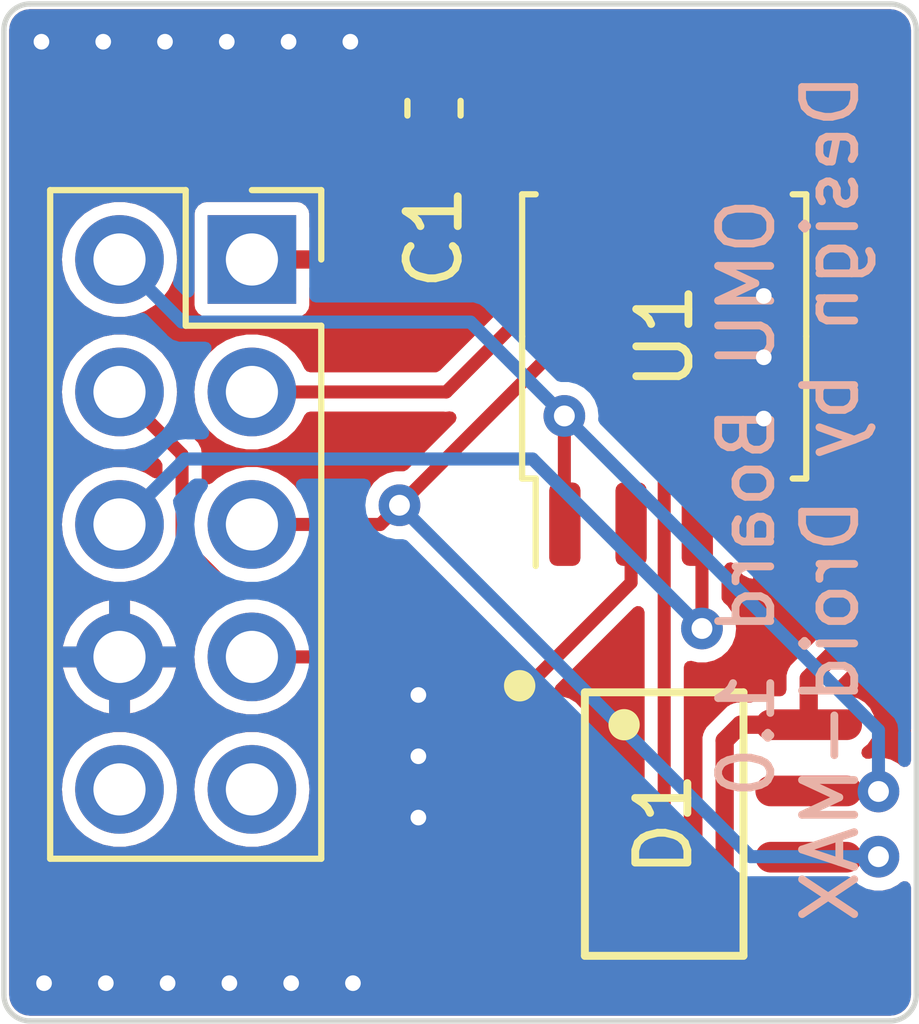
<source format=kicad_pcb>
(kicad_pcb (version 20221018) (generator pcbnew)
  (layers (0 "F.Cu" signal) (31 "B.Cu" signal) (34 "B.Paste" user) (35 "F.Paste" user) (36 "B.SilkS" user "B.Silkscreen") (37 "F.SilkS" user "F.Silkscreen") (38 "B.Mask" user) (39 "F.Mask" user) (44 "Edge.Cuts" user))
  (net 0 "")
  (net 1 "/CS")
  (net 2 "/DO")
  (net 3 "/WP")
  (net 4 "GND")
  (net 5 "/DI")
  (net 6 "/CLK")
  (net 7 "/HOLD")
  (net 8 "VCC")
  (footprint "Connector_PinSocket_2.54mm:PinSocket_2x05_P2.54mm_Vertical" (layer "F.Cu") (at 144.757 89.9)
    (fp_text reference "J1" hide)
    (fp_text value "Conn_02x05_Odd_Even" hide)
    (fp_line (start -3.87 -1.33) (end -3.87 11.49) (stroke (width 0.12)) (layer "F.SilkS"))
    (fp_line (start -3.87 -1.33) (end -1.27 -1.33) (stroke (width 0.12)) (layer "F.SilkS"))
    (fp_line (start -3.87 11.49) (end 1.33 11.49) (stroke (width 0.12)) (layer "F.SilkS"))
    (fp_line (start -1.27 -1.33) (end -1.27 1.27) (stroke (width 0.12)) (layer "F.SilkS"))
    (fp_line (start -1.27 1.27) (end 1.33 1.27) (stroke (width 0.12)) (layer "F.SilkS"))
    (fp_line (start 0 -1.33) (end 1.33 -1.33) (stroke (width 0.12)) (layer "F.SilkS"))
    (fp_line (start 1.33 -1.33) (end 1.33 0) (stroke (width 0.12)) (layer "F.SilkS"))
    (fp_line (start 1.33 1.27) (end 1.33 11.49) (stroke (width 0.12)) (layer "F.SilkS"))
    (pad "1" thru_hole rect (at 0 0) (size 1.7 1.7) (drill 1) (layers "*.Cu" "*.Mask") (net 8 "VCC"))
    (pad "2" thru_hole oval (at -2.54 0) (size 1.7 1.7) (drill 1) (layers "*.Cu" "*.Mask") (net 1 "/CS"))
    (pad "3" thru_hole oval (at 0 2.54) (size 1.7 1.7) (drill 1) (layers "*.Cu" "*.Mask") (net 7 "/HOLD"))
    (pad "4" thru_hole oval (at -2.54 2.54) (size 1.7 1.7) (drill 1) (layers "*.Cu" "*.Mask") (net 2 "/DO"))
    (pad "5" thru_hole oval (at 0 5.08) (size 1.7 1.7) (drill 1) (layers "*.Cu" "*.Mask") (net 6 "/CLK"))
    (pad "6" thru_hole oval (at -2.54 5.08) (size 1.7 1.7) (drill 1) (layers "*.Cu" "*.Mask") (net 3 "/WP"))
    (pad "7" thru_hole oval (at 0 7.62) (size 1.7 1.7) (drill 1) (layers "*.Cu" "*.Mask") (net 5 "/DI"))
    (pad "8" thru_hole oval (at -2.54 7.62) (size 1.7 1.7) (drill 1) (layers "*.Cu" "*.Mask") (net 4 "GND"))
    (pad "9" thru_hole oval (at 0 10.16) (size 1.7 1.7) (drill 1) (layers "*.Cu" "*.Mask"))
    (pad "10" thru_hole oval (at -2.54 10.16) (size 1.7 1.7) (drill 1) (layers "*.Cu" "*.Mask"))
  )
  (footprint "Capacitor_SMD:C_0603_1608Metric" (layer "F.Cu") (at 148.25 87 90)
    (fp_text reference "C1" (at -2.475 0 90) (layer "F.SilkS"))
    (fp_text value "104" hide)
    (fp_line (start -0.14058 -0.51) (end 0.14058 -0.51) (stroke (width 0.12)) (layer "F.SilkS"))
    (fp_line (start -0.14058 0.51) (end 0.14058 0.51) (stroke (width 0.12)) (layer "F.SilkS"))
    (pad "1" smd roundrect (at -0.775 0 90) (size 0.9 0.95) (layers "F.Cu" "F.Paste" "F.Mask") (net 8 "VCC"))
    (pad "2" smd roundrect (at 0.775 0 90) (size 0.9 0.95) (layers "F.Cu" "F.Paste" "F.Mask") (net 4 "GND"))
  )
  (footprint "Package_SO:SOIC-8_5.23x5.23mm_P1.27mm" (layer "F.Cu") (at 152.665 91.375 90)
    (fp_text reference "U1" (at 0 0.01 90) (layer "F.SilkS"))
    (fp_text value "W25Q32JVSS" hide)
    (fp_line (start -2.725 -2.725) (end -2.725 -2.465) (stroke (width 0.12)) (layer "F.SilkS"))
    (fp_line (start -2.725 -2.465) (end -4.4 -2.465) (stroke (width 0.12)) (layer "F.SilkS"))
    (fp_line (start -2.725 2.725) (end -2.725 2.465) (stroke (width 0.12)) (layer "F.SilkS"))
    (fp_line (start 0 -2.725) (end -2.725 -2.725) (stroke (width 0.12)) (layer "F.SilkS"))
    (fp_line (start 0 -2.725) (end 2.725 -2.725) (stroke (width 0.12)) (layer "F.SilkS"))
    (fp_line (start 0 2.725) (end -2.725 2.725) (stroke (width 0.12)) (layer "F.SilkS"))
    (fp_line (start 0 2.725) (end 2.725 2.725) (stroke (width 0.12)) (layer "F.SilkS"))
    (fp_line (start 2.725 -2.725) (end 2.725 -2.465) (stroke (width 0.12)) (layer "F.SilkS"))
    (fp_line (start 2.725 2.725) (end 2.725 2.465) (stroke (width 0.12)) (layer "F.SilkS"))
    (pad "1" smd roundrect (at -3.6 -1.905 90) (size 1.6 0.6) (layers "F.Cu" "F.Paste" "F.Mask") (net 1 "/CS"))
    (pad "2" smd roundrect (at -3.6 -0.635 90) (size 1.6 0.6) (layers "F.Cu" "F.Paste" "F.Mask") (net 2 "/DO"))
    (pad "3" smd roundrect (at -3.6 0.635 90) (size 1.6 0.6) (layers "F.Cu" "F.Paste" "F.Mask") (net 3 "/WP"))
    (pad "4" smd roundrect (at -3.6 1.905 90) (size 1.6 0.6) (layers "F.Cu" "F.Paste" "F.Mask") (net 4 "GND"))
    (pad "5" smd roundrect (at 3.6 1.905 90) (size 1.6 0.6) (layers "F.Cu" "F.Paste" "F.Mask") (net 5 "/DI"))
    (pad "6" smd roundrect (at 3.6 0.635 90) (size 1.6 0.6) (layers "F.Cu" "F.Paste" "F.Mask") (net 6 "/CLK"))
    (pad "7" smd roundrect (at 3.6 -0.635 90) (size 1.6 0.6) (layers "F.Cu" "F.Paste" "F.Mask") (net 7 "/HOLD"))
    (pad "8" smd roundrect (at 3.6 -1.905 90) (size 1.6 0.6) (layers "F.Cu" "F.Paste" "F.Mask") (net 8 "VCC"))
  )
  (footprint "Extra_Libs:SOIC-8_L4.9-W3.9-P1.27-LS6.0-BL" (layer "F.Cu") (at 152.665 100.725 -90)
    (fp_text reference "D1" (at -1.075 0.01 90) (layer "F.SilkS") (effects (justify right)))
    (fp_text value "SRDA05-4BTG" hide)
    (fp_line (start -2.526 -1.521) (end 2.526 -1.521) (stroke (width 0.152)) (layer "F.SilkS"))
    (fp_line (start -2.526 1.521) (end -2.526 -1.521) (stroke (width 0.152)) (layer "F.SilkS"))
    (fp_line (start 2.526 -1.521) (end 2.526 1.521) (stroke (width 0.152)) (layer "F.SilkS"))
    (fp_line (start 2.526 1.521) (end -2.526 1.521) (stroke (width 0.152)) (layer "F.SilkS"))
    (fp_circle (center -2.652 2.772) (end -2.501 2.772) (stroke (width 0.3)) (fill none) (layer "F.SilkS"))
    (fp_circle (center -1.905 0.769) (end -1.755 0.769) (stroke (width 0.3)) (fill none) (layer "F.SilkS"))
    (pad "1" smd oval (at -1.905 2.772 270) (size 0.588 2.045) (layers "F.Cu" "F.Paste" "F.Mask") (net 2 "/DO"))
    (pad "2" smd oval (at -0.635 2.772 270) (size 0.588 2.045) (layers "F.Cu" "F.Paste" "F.Mask") (net 4 "GND"))
    (pad "3" smd oval (at 0.635 2.772 270) (size 0.588 2.045) (layers "F.Cu" "F.Paste" "F.Mask") (net 4 "GND"))
    (pad "4" smd oval (at 1.905 2.772 270) (size 0.588 2.045) (layers "F.Cu" "F.Paste" "F.Mask") (net 5 "/DI"))
    (pad "5" smd oval (at 1.905 -2.772 270) (size 0.588 2.045) (layers "F.Cu" "F.Paste" "F.Mask") (net 8 "VCC"))
    (pad "6" smd oval (at 0.635 -2.772 270) (size 0.588 2.045) (layers "F.Cu" "F.Paste" "F.Mask") (net 6 "/CLK"))
    (pad "7" smd oval (at -0.635 -2.772 270) (size 0.588 2.045) (layers "F.Cu" "F.Paste" "F.Mask") (net 1 "/CS"))
    (pad "8" smd oval (at -1.905 -2.772 270) (size 0.588 2.045) (layers "F.Cu" "F.Paste" "F.Mask") (net 8 "VCC"))
  )
  (gr_line (start 140 104) (end 140 85.5) (stroke (width 0.1)) (layer "Edge.Cuts"))
  (gr_arc (start 157 85) (mid 157.353553 85.146447) (end 157.5 85.5) (stroke (width 0.1)) (layer "Edge.Cuts"))
  (gr_line (start 140.5 85) (end 157 85) (stroke (width 0.1)) (layer "Edge.Cuts"))
  (gr_line (start 157.5 85.5) (end 157.5 104) (stroke (width 0.1)) (layer "Edge.Cuts"))
  (gr_line (start 157 104.5) (end 140.5 104.5) (stroke (width 0.1)) (layer "Edge.Cuts"))
  (gr_arc (start 140.5 104.5) (mid 140.146447 104.353553) (end 140 104) (stroke (width 0.1)) (layer "Edge.Cuts"))
  (gr_arc (start 157.5 104) (mid 157.353553 104.353553) (end 157 104.5) (stroke (width 0.1)) (layer "Edge.Cuts"))
  (gr_arc (start 140 85.5) (mid 140.146447 85.146447) (end 140.5 85) (stroke (width 0.1)) (layer "Edge.Cuts"))
  (gr_text "OMU Board 1.0\nDesign by Droid-MAX" (at 155.05 94.475 90) (layer "B.SilkS") (effects (font (size 1 1)) (justify mirror)))
  (segment (start 150.75 92.9) (end 150.75 94.965) (width 0.25) (layer "F.Cu") (net 1))
  (segment (start 156.775 100.1) (end 155.447 100.1) (width 0.25) (layer "F.Cu") (net 1))
  (segment (start 155.447 100.1) (end 155.437 100.09) (width 0.25) (layer "F.Cu") (net 1))
  (segment (start 150.75 94.965) (end 150.76 94.975) (width 0.25) (layer "F.Cu") (net 1))
  (via (at 156.775 100.1) (size 0.8) (drill 0.4) (layers "F.Cu" "B.Cu") (net 1))
  (via (at 150.75 92.9) (size 0.8) (drill 0.4) (layers "F.Cu" "B.Cu") (net 1))
  (segment (start 143.417 91.1) (end 148.95 91.1) (width 0.25) (layer "B.Cu") (net 1))
  (segment (start 148.95 91.1) (end 150.75 92.9) (width 0.25) (layer "B.Cu") (net 1))
  (segment (start 142.217 89.9) (end 143.417 91.1) (width 0.25) (layer "B.Cu") (net 1))
  (segment (start 156.775 98.925) (end 156.775 100.1) (width 0.25) (layer "B.Cu") (net 1))
  (segment (start 150.75 92.9) (end 156.775 98.925) (width 0.25) (layer "B.Cu") (net 1))
  (segment (start 144.296543 96.2166) (end 143.417 95.337057) (width 0.25) (layer "F.Cu") (net 2))
  (segment (start 149.893 98.232) (end 149.893 98.3536) (width 0.25) (layer "F.Cu") (net 2))
  (segment (start 152.03 94.975) (end 152.03 96.095) (width 0.25) (layer "F.Cu") (net 2))
  (segment (start 147.756 96.2166) (end 144.296543 96.2166) (width 0.25) (layer "F.Cu") (net 2))
  (segment (start 143.417 95.337057) (end 143.417 93.64) (width 0.25) (layer "F.Cu") (net 2))
  (segment (start 152.03 96.095) (end 149.893 98.232) (width 0.25) (layer "F.Cu") (net 2))
  (segment (start 143.417 93.64) (end 142.217 92.44) (width 0.25) (layer "F.Cu") (net 2))
  (segment (start 149.379 97.8395) (end 147.756 96.2166) (width 0.25) (layer "F.Cu") (net 2))
  (segment (start 149.893 98.82) (end 149.893 98.3536) (width 0.25) (layer "F.Cu") (net 2))
  (segment (start 149.893 98.3536) (end 149.379 97.8395) (width 0.25) (layer "F.Cu") (net 2))
  (segment (start 153.3895 96.975) (end 153.3895 95.0645) (width 0.25) (layer "F.Cu") (net 3))
  (segment (start 153.3895 95.0645) (end 153.3 94.975) (width 0.25) (layer "F.Cu") (net 3))
  (via (at 153.3895 96.975) (size 0.8) (drill 0.4) (layers "F.Cu" "B.Cu") (net 3))
  (segment (start 142.217 94.98) (end 143.472 93.725) (width 0.25) (layer "B.Cu") (net 3))
  (segment (start 150.1395 93.725) (end 153.3895 96.975) (width 0.25) (layer "B.Cu") (net 3))
  (segment (start 143.472 93.725) (end 150.1395 93.725) (width 0.25) (layer "B.Cu") (net 3))
  (via (at 147.95 98.25) (size 0.5) (drill 0.3) (layers "F.Cu" "B.Cu") (net 4))
  (via (at 154.575 92.95) (size 0.5) (drill 0.3) (layers "F.Cu" "B.Cu") (net 4))
  (via (at 143.09 85.725) (size 0.5) (drill 0.3) (layers "F.Cu" "B.Cu") (net 4))
  (via (at 146.645 85.725) (size 0.5) (drill 0.3) (layers "F.Cu" "B.Cu") (net 4))
  (via (at 154.575 90.6) (size 0.5) (drill 0.3) (layers "F.Cu" "B.Cu") (net 4))
  (via (at 140.77 103.775) (size 0.5) (drill 0.3) (layers "F.Cu" "B.Cu") (net 4))
  (via (at 140.72 85.725) (size 0.5) (drill 0.3) (layers "F.Cu" "B.Cu") (net 4))
  (via (at 147.95 100.6) (size 0.5) (drill 0.3) (layers "F.Cu" "B.Cu") (net 4))
  (via (at 146.695 103.775) (size 0.5) (drill 0.3) (layers "F.Cu" "B.Cu") (net 4))
  (via (at 145.51 103.775) (size 0.5) (drill 0.3) (layers "F.Cu" "B.Cu") (net 4))
  (via (at 144.325 103.775) (size 0.5) (drill 0.3) (layers "F.Cu" "B.Cu") (net 4))
  (via (at 141.955 103.775) (size 0.5) (drill 0.3) (layers "F.Cu" "B.Cu") (net 4))
  (via (at 145.46 85.725) (size 0.5) (drill 0.3) (layers "F.Cu" "B.Cu") (net 4))
  (via (at 143.14 103.775) (size 0.5) (drill 0.3) (layers "F.Cu" "B.Cu") (net 4))
  (via (at 141.905 85.725) (size 0.5) (drill 0.3) (layers "F.Cu" "B.Cu") (net 4))
  (via (at 154.575 91.775) (size 0.5) (drill 0.3) (layers "F.Cu" "B.Cu") (net 4))
  (via (at 147.95 99.425) (size 0.5) (drill 0.3) (layers "F.Cu" "B.Cu") (net 4))
  (via (at 144.275 85.725) (size 0.5) (drill 0.3) (layers "F.Cu" "B.Cu") (net 4))
  (segment (start 152.665 101.26) (end 152.665 90.6496) (width 0.25) (layer "F.Cu") (net 5))
  (segment (start 146.95 97.975) (end 146.495 97.52) (width 0.25) (layer "F.Cu") (net 5))
  (segment (start 151.295 102.63) (end 152.665 101.26) (width 0.25) (layer "F.Cu") (net 5))
  (segment (start 148.505 102.63) (end 146.95 101.075) (width 0.25) (layer "F.Cu") (net 5))
  (segment (start 149.893 102.63) (end 148.505 102.63) (width 0.25) (layer "F.Cu") (net 5))
  (segment (start 146.495 97.52) (end 144.757 97.52) (width 0.25) (layer "F.Cu") (net 5))
  (segment (start 154.57 88.7446) (end 154.57 87.775) (width 0.25) (layer "F.Cu") (net 5))
  (segment (start 146.95 101.075) (end 146.95 97.975) (width 0.25) (layer "F.Cu") (net 5))
  (segment (start 152.665 90.6496) (end 154.57 88.7446) (width 0.25) (layer "F.Cu") (net 5))
  (segment (start 149.893 102.63) (end 151.295 102.63) (width 0.25) (layer "F.Cu") (net 5))
  (segment (start 153.3 88.9) (end 147.5875 94.6125) (width 0.25) (layer "F.Cu") (net 6))
  (segment (start 147.5875 94.6125) (end 147.22 94.98) (width 0.25) (layer "F.Cu") (net 6))
  (segment (start 153.3 87.775) (end 153.3 88.9) (width 0.25) (layer "F.Cu") (net 6))
  (segment (start 147.22 94.98) (end 144.757 94.98) (width 0.25) (layer "F.Cu") (net 6))
  (segment (start 155.437 101.36) (end 156.765 101.36) (width 0.25) (layer "F.Cu") (net 6))
  (segment (start 156.765 101.36) (end 156.775 101.35) (width 0.25) (layer "F.Cu") (net 6))
  (via (at 156.775 101.35) (size 0.8) (drill 0.4) (layers "F.Cu" "B.Cu") (net 6))
  (via (at 147.5875 94.6125) (size 0.8) (drill 0.4) (layers "F.Cu" "B.Cu") (net 6))
  (segment (start 156.775 101.35) (end 154.325 101.35) (width 0.25) (layer "B.Cu") (net 6))
  (segment (start 154.325 101.35) (end 147.5875 94.6125) (width 0.25) (layer "B.Cu") (net 6))
  (segment (start 148.485 92.44) (end 144.757 92.44) (width 0.25) (layer "F.Cu") (net 7))
  (segment (start 152.03 87.775) (end 152.03 88.895) (width 0.25) (layer "F.Cu") (net 7))
  (segment (start 152.03 88.895) (end 148.485 92.44) (width 0.25) (layer "F.Cu") (net 7))
  (segment (start 155.437 98.82) (end 154.13 98.82) (width 0.35) (layer "F.Cu") (net 8))
  (segment (start 155.437 102.63) (end 154.105 102.63) (width 0.35) (layer "F.Cu") (net 8))
  (segment (start 151.05 86.075) (end 155.75 86.075) (width 0.35) (layer "F.Cu") (net 8))
  (segment (start 156.075 86.4) (end 156.075 97.3) (width 0.35) (layer "F.Cu") (net 8))
  (segment (start 150.76 86.365) (end 151.05 86.075) (width 0.35) (layer "F.Cu") (net 8))
  (segment (start 146.125 89.9) (end 148.25 87.775) (width 0.35) (layer "F.Cu") (net 8))
  (segment (start 155.75 86.075) (end 156.075 86.4) (width 0.35) (layer "F.Cu") (net 8))
  (segment (start 153.825 102.35) (end 153.825 99.125) (width 0.35) (layer "F.Cu") (net 8))
  (segment (start 155.437 97.938) (end 155.437 98.82) (width 0.35) (layer "F.Cu") (net 8))
  (segment (start 148.25 87.775) (end 150.76 87.775) (width 0.35) (layer "F.Cu") (net 8))
  (segment (start 154.105 102.63) (end 153.825 102.35) (width 0.35) (layer "F.Cu") (net 8))
  (segment (start 156.075 97.3) (end 155.437 97.938) (width 0.35) (layer "F.Cu") (net 8))
  (segment (start 150.76 87.775) (end 150.76 86.365) (width 0.35) (layer "F.Cu") (net 8))
  (segment (start 154.13 98.82) (end 153.825 99.125) (width 0.35) (layer "F.Cu") (net 8))
  (segment (start 144.757 89.9) (end 146.125 89.9) (width 0.35) (layer "F.Cu") (net 8))
  (zone (net 4) (net_name "GND") (layers "F&B.Cu") (connect_pads (clearance 0.25)) (min_thickness 0.25) (fill yes (thermal_gap 0.25) (thermal_bridge_width 0.4))
    (polygon (pts (xy 139.925 84.925) (xy 157.575 84.925) (xy 157.575 104.575) (xy 139.925 104.575)))
  )
)
</source>
